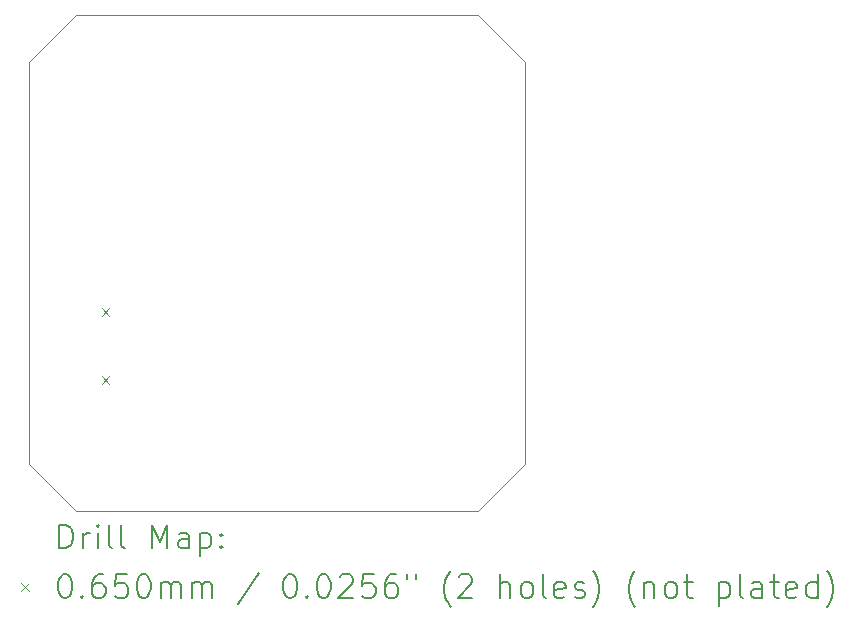
<source format=gbr>
%TF.GenerationSoftware,KiCad,Pcbnew,8.0.8*%
%TF.CreationDate,2025-02-17T00:55:58-08:00*%
%TF.ProjectId,Integrated FOC Stepper Driver,496e7465-6772-4617-9465-6420464f4320,rev?*%
%TF.SameCoordinates,Original*%
%TF.FileFunction,Drillmap*%
%TF.FilePolarity,Positive*%
%FSLAX45Y45*%
G04 Gerber Fmt 4.5, Leading zero omitted, Abs format (unit mm)*
G04 Created by KiCad (PCBNEW 8.0.8) date 2025-02-17 00:55:58*
%MOMM*%
%LPD*%
G01*
G04 APERTURE LIST*
%ADD10C,0.050000*%
%ADD11C,0.200000*%
%ADD12C,0.100000*%
G04 APERTURE END LIST*
D10*
X2900000Y-3300000D02*
X2900000Y-6700000D01*
X6700000Y-2900000D02*
X3300000Y-2900000D01*
X7100000Y-3300000D02*
X7100000Y-6700000D01*
X6700000Y-7100000D02*
X7100000Y-6700000D01*
X6700000Y-7100000D02*
X3300000Y-7100000D01*
X3300000Y-2900000D02*
X2900000Y-3300000D01*
X3300000Y-7100000D02*
X2900000Y-6700000D01*
X6700000Y-2900000D02*
X7100000Y-3300000D01*
D11*
D12*
X3515500Y-5378500D02*
X3580500Y-5443500D01*
X3580500Y-5378500D02*
X3515500Y-5443500D01*
X3515500Y-5956500D02*
X3580500Y-6021500D01*
X3580500Y-5956500D02*
X3515500Y-6021500D01*
D11*
X3158277Y-7413984D02*
X3158277Y-7213984D01*
X3158277Y-7213984D02*
X3205896Y-7213984D01*
X3205896Y-7213984D02*
X3234467Y-7223508D01*
X3234467Y-7223508D02*
X3253515Y-7242555D01*
X3253515Y-7242555D02*
X3263039Y-7261603D01*
X3263039Y-7261603D02*
X3272562Y-7299698D01*
X3272562Y-7299698D02*
X3272562Y-7328269D01*
X3272562Y-7328269D02*
X3263039Y-7366365D01*
X3263039Y-7366365D02*
X3253515Y-7385412D01*
X3253515Y-7385412D02*
X3234467Y-7404460D01*
X3234467Y-7404460D02*
X3205896Y-7413984D01*
X3205896Y-7413984D02*
X3158277Y-7413984D01*
X3358277Y-7413984D02*
X3358277Y-7280650D01*
X3358277Y-7318746D02*
X3367801Y-7299698D01*
X3367801Y-7299698D02*
X3377324Y-7290174D01*
X3377324Y-7290174D02*
X3396372Y-7280650D01*
X3396372Y-7280650D02*
X3415420Y-7280650D01*
X3482086Y-7413984D02*
X3482086Y-7280650D01*
X3482086Y-7213984D02*
X3472562Y-7223508D01*
X3472562Y-7223508D02*
X3482086Y-7233031D01*
X3482086Y-7233031D02*
X3491610Y-7223508D01*
X3491610Y-7223508D02*
X3482086Y-7213984D01*
X3482086Y-7213984D02*
X3482086Y-7233031D01*
X3605896Y-7413984D02*
X3586848Y-7404460D01*
X3586848Y-7404460D02*
X3577324Y-7385412D01*
X3577324Y-7385412D02*
X3577324Y-7213984D01*
X3710658Y-7413984D02*
X3691610Y-7404460D01*
X3691610Y-7404460D02*
X3682086Y-7385412D01*
X3682086Y-7385412D02*
X3682086Y-7213984D01*
X3939229Y-7413984D02*
X3939229Y-7213984D01*
X3939229Y-7213984D02*
X4005896Y-7356841D01*
X4005896Y-7356841D02*
X4072562Y-7213984D01*
X4072562Y-7213984D02*
X4072562Y-7413984D01*
X4253515Y-7413984D02*
X4253515Y-7309222D01*
X4253515Y-7309222D02*
X4243991Y-7290174D01*
X4243991Y-7290174D02*
X4224944Y-7280650D01*
X4224944Y-7280650D02*
X4186848Y-7280650D01*
X4186848Y-7280650D02*
X4167801Y-7290174D01*
X4253515Y-7404460D02*
X4234467Y-7413984D01*
X4234467Y-7413984D02*
X4186848Y-7413984D01*
X4186848Y-7413984D02*
X4167801Y-7404460D01*
X4167801Y-7404460D02*
X4158277Y-7385412D01*
X4158277Y-7385412D02*
X4158277Y-7366365D01*
X4158277Y-7366365D02*
X4167801Y-7347317D01*
X4167801Y-7347317D02*
X4186848Y-7337793D01*
X4186848Y-7337793D02*
X4234467Y-7337793D01*
X4234467Y-7337793D02*
X4253515Y-7328269D01*
X4348753Y-7280650D02*
X4348753Y-7480650D01*
X4348753Y-7290174D02*
X4367801Y-7280650D01*
X4367801Y-7280650D02*
X4405896Y-7280650D01*
X4405896Y-7280650D02*
X4424944Y-7290174D01*
X4424944Y-7290174D02*
X4434467Y-7299698D01*
X4434467Y-7299698D02*
X4443991Y-7318746D01*
X4443991Y-7318746D02*
X4443991Y-7375888D01*
X4443991Y-7375888D02*
X4434467Y-7394936D01*
X4434467Y-7394936D02*
X4424944Y-7404460D01*
X4424944Y-7404460D02*
X4405896Y-7413984D01*
X4405896Y-7413984D02*
X4367801Y-7413984D01*
X4367801Y-7413984D02*
X4348753Y-7404460D01*
X4529705Y-7394936D02*
X4539229Y-7404460D01*
X4539229Y-7404460D02*
X4529705Y-7413984D01*
X4529705Y-7413984D02*
X4520182Y-7404460D01*
X4520182Y-7404460D02*
X4529705Y-7394936D01*
X4529705Y-7394936D02*
X4529705Y-7413984D01*
X4529705Y-7290174D02*
X4539229Y-7299698D01*
X4539229Y-7299698D02*
X4529705Y-7309222D01*
X4529705Y-7309222D02*
X4520182Y-7299698D01*
X4520182Y-7299698D02*
X4529705Y-7290174D01*
X4529705Y-7290174D02*
X4529705Y-7309222D01*
D12*
X2832500Y-7710000D02*
X2897500Y-7775000D01*
X2897500Y-7710000D02*
X2832500Y-7775000D01*
D11*
X3196372Y-7633984D02*
X3215420Y-7633984D01*
X3215420Y-7633984D02*
X3234467Y-7643508D01*
X3234467Y-7643508D02*
X3243991Y-7653031D01*
X3243991Y-7653031D02*
X3253515Y-7672079D01*
X3253515Y-7672079D02*
X3263039Y-7710174D01*
X3263039Y-7710174D02*
X3263039Y-7757793D01*
X3263039Y-7757793D02*
X3253515Y-7795888D01*
X3253515Y-7795888D02*
X3243991Y-7814936D01*
X3243991Y-7814936D02*
X3234467Y-7824460D01*
X3234467Y-7824460D02*
X3215420Y-7833984D01*
X3215420Y-7833984D02*
X3196372Y-7833984D01*
X3196372Y-7833984D02*
X3177324Y-7824460D01*
X3177324Y-7824460D02*
X3167801Y-7814936D01*
X3167801Y-7814936D02*
X3158277Y-7795888D01*
X3158277Y-7795888D02*
X3148753Y-7757793D01*
X3148753Y-7757793D02*
X3148753Y-7710174D01*
X3148753Y-7710174D02*
X3158277Y-7672079D01*
X3158277Y-7672079D02*
X3167801Y-7653031D01*
X3167801Y-7653031D02*
X3177324Y-7643508D01*
X3177324Y-7643508D02*
X3196372Y-7633984D01*
X3348753Y-7814936D02*
X3358277Y-7824460D01*
X3358277Y-7824460D02*
X3348753Y-7833984D01*
X3348753Y-7833984D02*
X3339229Y-7824460D01*
X3339229Y-7824460D02*
X3348753Y-7814936D01*
X3348753Y-7814936D02*
X3348753Y-7833984D01*
X3529705Y-7633984D02*
X3491610Y-7633984D01*
X3491610Y-7633984D02*
X3472562Y-7643508D01*
X3472562Y-7643508D02*
X3463039Y-7653031D01*
X3463039Y-7653031D02*
X3443991Y-7681603D01*
X3443991Y-7681603D02*
X3434467Y-7719698D01*
X3434467Y-7719698D02*
X3434467Y-7795888D01*
X3434467Y-7795888D02*
X3443991Y-7814936D01*
X3443991Y-7814936D02*
X3453515Y-7824460D01*
X3453515Y-7824460D02*
X3472562Y-7833984D01*
X3472562Y-7833984D02*
X3510658Y-7833984D01*
X3510658Y-7833984D02*
X3529705Y-7824460D01*
X3529705Y-7824460D02*
X3539229Y-7814936D01*
X3539229Y-7814936D02*
X3548753Y-7795888D01*
X3548753Y-7795888D02*
X3548753Y-7748269D01*
X3548753Y-7748269D02*
X3539229Y-7729222D01*
X3539229Y-7729222D02*
X3529705Y-7719698D01*
X3529705Y-7719698D02*
X3510658Y-7710174D01*
X3510658Y-7710174D02*
X3472562Y-7710174D01*
X3472562Y-7710174D02*
X3453515Y-7719698D01*
X3453515Y-7719698D02*
X3443991Y-7729222D01*
X3443991Y-7729222D02*
X3434467Y-7748269D01*
X3729705Y-7633984D02*
X3634467Y-7633984D01*
X3634467Y-7633984D02*
X3624943Y-7729222D01*
X3624943Y-7729222D02*
X3634467Y-7719698D01*
X3634467Y-7719698D02*
X3653515Y-7710174D01*
X3653515Y-7710174D02*
X3701134Y-7710174D01*
X3701134Y-7710174D02*
X3720182Y-7719698D01*
X3720182Y-7719698D02*
X3729705Y-7729222D01*
X3729705Y-7729222D02*
X3739229Y-7748269D01*
X3739229Y-7748269D02*
X3739229Y-7795888D01*
X3739229Y-7795888D02*
X3729705Y-7814936D01*
X3729705Y-7814936D02*
X3720182Y-7824460D01*
X3720182Y-7824460D02*
X3701134Y-7833984D01*
X3701134Y-7833984D02*
X3653515Y-7833984D01*
X3653515Y-7833984D02*
X3634467Y-7824460D01*
X3634467Y-7824460D02*
X3624943Y-7814936D01*
X3863039Y-7633984D02*
X3882086Y-7633984D01*
X3882086Y-7633984D02*
X3901134Y-7643508D01*
X3901134Y-7643508D02*
X3910658Y-7653031D01*
X3910658Y-7653031D02*
X3920182Y-7672079D01*
X3920182Y-7672079D02*
X3929705Y-7710174D01*
X3929705Y-7710174D02*
X3929705Y-7757793D01*
X3929705Y-7757793D02*
X3920182Y-7795888D01*
X3920182Y-7795888D02*
X3910658Y-7814936D01*
X3910658Y-7814936D02*
X3901134Y-7824460D01*
X3901134Y-7824460D02*
X3882086Y-7833984D01*
X3882086Y-7833984D02*
X3863039Y-7833984D01*
X3863039Y-7833984D02*
X3843991Y-7824460D01*
X3843991Y-7824460D02*
X3834467Y-7814936D01*
X3834467Y-7814936D02*
X3824943Y-7795888D01*
X3824943Y-7795888D02*
X3815420Y-7757793D01*
X3815420Y-7757793D02*
X3815420Y-7710174D01*
X3815420Y-7710174D02*
X3824943Y-7672079D01*
X3824943Y-7672079D02*
X3834467Y-7653031D01*
X3834467Y-7653031D02*
X3843991Y-7643508D01*
X3843991Y-7643508D02*
X3863039Y-7633984D01*
X4015420Y-7833984D02*
X4015420Y-7700650D01*
X4015420Y-7719698D02*
X4024943Y-7710174D01*
X4024943Y-7710174D02*
X4043991Y-7700650D01*
X4043991Y-7700650D02*
X4072563Y-7700650D01*
X4072563Y-7700650D02*
X4091610Y-7710174D01*
X4091610Y-7710174D02*
X4101134Y-7729222D01*
X4101134Y-7729222D02*
X4101134Y-7833984D01*
X4101134Y-7729222D02*
X4110658Y-7710174D01*
X4110658Y-7710174D02*
X4129705Y-7700650D01*
X4129705Y-7700650D02*
X4158277Y-7700650D01*
X4158277Y-7700650D02*
X4177324Y-7710174D01*
X4177324Y-7710174D02*
X4186848Y-7729222D01*
X4186848Y-7729222D02*
X4186848Y-7833984D01*
X4282086Y-7833984D02*
X4282086Y-7700650D01*
X4282086Y-7719698D02*
X4291610Y-7710174D01*
X4291610Y-7710174D02*
X4310658Y-7700650D01*
X4310658Y-7700650D02*
X4339229Y-7700650D01*
X4339229Y-7700650D02*
X4358277Y-7710174D01*
X4358277Y-7710174D02*
X4367801Y-7729222D01*
X4367801Y-7729222D02*
X4367801Y-7833984D01*
X4367801Y-7729222D02*
X4377325Y-7710174D01*
X4377325Y-7710174D02*
X4396372Y-7700650D01*
X4396372Y-7700650D02*
X4424944Y-7700650D01*
X4424944Y-7700650D02*
X4443991Y-7710174D01*
X4443991Y-7710174D02*
X4453515Y-7729222D01*
X4453515Y-7729222D02*
X4453515Y-7833984D01*
X4843991Y-7624460D02*
X4672563Y-7881603D01*
X5101134Y-7633984D02*
X5120182Y-7633984D01*
X5120182Y-7633984D02*
X5139229Y-7643508D01*
X5139229Y-7643508D02*
X5148753Y-7653031D01*
X5148753Y-7653031D02*
X5158277Y-7672079D01*
X5158277Y-7672079D02*
X5167801Y-7710174D01*
X5167801Y-7710174D02*
X5167801Y-7757793D01*
X5167801Y-7757793D02*
X5158277Y-7795888D01*
X5158277Y-7795888D02*
X5148753Y-7814936D01*
X5148753Y-7814936D02*
X5139229Y-7824460D01*
X5139229Y-7824460D02*
X5120182Y-7833984D01*
X5120182Y-7833984D02*
X5101134Y-7833984D01*
X5101134Y-7833984D02*
X5082087Y-7824460D01*
X5082087Y-7824460D02*
X5072563Y-7814936D01*
X5072563Y-7814936D02*
X5063039Y-7795888D01*
X5063039Y-7795888D02*
X5053515Y-7757793D01*
X5053515Y-7757793D02*
X5053515Y-7710174D01*
X5053515Y-7710174D02*
X5063039Y-7672079D01*
X5063039Y-7672079D02*
X5072563Y-7653031D01*
X5072563Y-7653031D02*
X5082087Y-7643508D01*
X5082087Y-7643508D02*
X5101134Y-7633984D01*
X5253515Y-7814936D02*
X5263039Y-7824460D01*
X5263039Y-7824460D02*
X5253515Y-7833984D01*
X5253515Y-7833984D02*
X5243991Y-7824460D01*
X5243991Y-7824460D02*
X5253515Y-7814936D01*
X5253515Y-7814936D02*
X5253515Y-7833984D01*
X5386848Y-7633984D02*
X5405896Y-7633984D01*
X5405896Y-7633984D02*
X5424944Y-7643508D01*
X5424944Y-7643508D02*
X5434468Y-7653031D01*
X5434468Y-7653031D02*
X5443991Y-7672079D01*
X5443991Y-7672079D02*
X5453515Y-7710174D01*
X5453515Y-7710174D02*
X5453515Y-7757793D01*
X5453515Y-7757793D02*
X5443991Y-7795888D01*
X5443991Y-7795888D02*
X5434468Y-7814936D01*
X5434468Y-7814936D02*
X5424944Y-7824460D01*
X5424944Y-7824460D02*
X5405896Y-7833984D01*
X5405896Y-7833984D02*
X5386848Y-7833984D01*
X5386848Y-7833984D02*
X5367801Y-7824460D01*
X5367801Y-7824460D02*
X5358277Y-7814936D01*
X5358277Y-7814936D02*
X5348753Y-7795888D01*
X5348753Y-7795888D02*
X5339229Y-7757793D01*
X5339229Y-7757793D02*
X5339229Y-7710174D01*
X5339229Y-7710174D02*
X5348753Y-7672079D01*
X5348753Y-7672079D02*
X5358277Y-7653031D01*
X5358277Y-7653031D02*
X5367801Y-7643508D01*
X5367801Y-7643508D02*
X5386848Y-7633984D01*
X5529706Y-7653031D02*
X5539229Y-7643508D01*
X5539229Y-7643508D02*
X5558277Y-7633984D01*
X5558277Y-7633984D02*
X5605896Y-7633984D01*
X5605896Y-7633984D02*
X5624944Y-7643508D01*
X5624944Y-7643508D02*
X5634467Y-7653031D01*
X5634467Y-7653031D02*
X5643991Y-7672079D01*
X5643991Y-7672079D02*
X5643991Y-7691127D01*
X5643991Y-7691127D02*
X5634467Y-7719698D01*
X5634467Y-7719698D02*
X5520182Y-7833984D01*
X5520182Y-7833984D02*
X5643991Y-7833984D01*
X5824944Y-7633984D02*
X5729706Y-7633984D01*
X5729706Y-7633984D02*
X5720182Y-7729222D01*
X5720182Y-7729222D02*
X5729706Y-7719698D01*
X5729706Y-7719698D02*
X5748753Y-7710174D01*
X5748753Y-7710174D02*
X5796372Y-7710174D01*
X5796372Y-7710174D02*
X5815420Y-7719698D01*
X5815420Y-7719698D02*
X5824944Y-7729222D01*
X5824944Y-7729222D02*
X5834467Y-7748269D01*
X5834467Y-7748269D02*
X5834467Y-7795888D01*
X5834467Y-7795888D02*
X5824944Y-7814936D01*
X5824944Y-7814936D02*
X5815420Y-7824460D01*
X5815420Y-7824460D02*
X5796372Y-7833984D01*
X5796372Y-7833984D02*
X5748753Y-7833984D01*
X5748753Y-7833984D02*
X5729706Y-7824460D01*
X5729706Y-7824460D02*
X5720182Y-7814936D01*
X6005896Y-7633984D02*
X5967801Y-7633984D01*
X5967801Y-7633984D02*
X5948753Y-7643508D01*
X5948753Y-7643508D02*
X5939229Y-7653031D01*
X5939229Y-7653031D02*
X5920182Y-7681603D01*
X5920182Y-7681603D02*
X5910658Y-7719698D01*
X5910658Y-7719698D02*
X5910658Y-7795888D01*
X5910658Y-7795888D02*
X5920182Y-7814936D01*
X5920182Y-7814936D02*
X5929706Y-7824460D01*
X5929706Y-7824460D02*
X5948753Y-7833984D01*
X5948753Y-7833984D02*
X5986848Y-7833984D01*
X5986848Y-7833984D02*
X6005896Y-7824460D01*
X6005896Y-7824460D02*
X6015420Y-7814936D01*
X6015420Y-7814936D02*
X6024944Y-7795888D01*
X6024944Y-7795888D02*
X6024944Y-7748269D01*
X6024944Y-7748269D02*
X6015420Y-7729222D01*
X6015420Y-7729222D02*
X6005896Y-7719698D01*
X6005896Y-7719698D02*
X5986848Y-7710174D01*
X5986848Y-7710174D02*
X5948753Y-7710174D01*
X5948753Y-7710174D02*
X5929706Y-7719698D01*
X5929706Y-7719698D02*
X5920182Y-7729222D01*
X5920182Y-7729222D02*
X5910658Y-7748269D01*
X6101134Y-7633984D02*
X6101134Y-7672079D01*
X6177325Y-7633984D02*
X6177325Y-7672079D01*
X6472563Y-7910174D02*
X6463039Y-7900650D01*
X6463039Y-7900650D02*
X6443991Y-7872079D01*
X6443991Y-7872079D02*
X6434468Y-7853031D01*
X6434468Y-7853031D02*
X6424944Y-7824460D01*
X6424944Y-7824460D02*
X6415420Y-7776841D01*
X6415420Y-7776841D02*
X6415420Y-7738746D01*
X6415420Y-7738746D02*
X6424944Y-7691127D01*
X6424944Y-7691127D02*
X6434468Y-7662555D01*
X6434468Y-7662555D02*
X6443991Y-7643508D01*
X6443991Y-7643508D02*
X6463039Y-7614936D01*
X6463039Y-7614936D02*
X6472563Y-7605412D01*
X6539229Y-7653031D02*
X6548753Y-7643508D01*
X6548753Y-7643508D02*
X6567801Y-7633984D01*
X6567801Y-7633984D02*
X6615420Y-7633984D01*
X6615420Y-7633984D02*
X6634468Y-7643508D01*
X6634468Y-7643508D02*
X6643991Y-7653031D01*
X6643991Y-7653031D02*
X6653515Y-7672079D01*
X6653515Y-7672079D02*
X6653515Y-7691127D01*
X6653515Y-7691127D02*
X6643991Y-7719698D01*
X6643991Y-7719698D02*
X6529706Y-7833984D01*
X6529706Y-7833984D02*
X6653515Y-7833984D01*
X6891610Y-7833984D02*
X6891610Y-7633984D01*
X6977325Y-7833984D02*
X6977325Y-7729222D01*
X6977325Y-7729222D02*
X6967801Y-7710174D01*
X6967801Y-7710174D02*
X6948753Y-7700650D01*
X6948753Y-7700650D02*
X6920182Y-7700650D01*
X6920182Y-7700650D02*
X6901134Y-7710174D01*
X6901134Y-7710174D02*
X6891610Y-7719698D01*
X7101134Y-7833984D02*
X7082087Y-7824460D01*
X7082087Y-7824460D02*
X7072563Y-7814936D01*
X7072563Y-7814936D02*
X7063039Y-7795888D01*
X7063039Y-7795888D02*
X7063039Y-7738746D01*
X7063039Y-7738746D02*
X7072563Y-7719698D01*
X7072563Y-7719698D02*
X7082087Y-7710174D01*
X7082087Y-7710174D02*
X7101134Y-7700650D01*
X7101134Y-7700650D02*
X7129706Y-7700650D01*
X7129706Y-7700650D02*
X7148753Y-7710174D01*
X7148753Y-7710174D02*
X7158277Y-7719698D01*
X7158277Y-7719698D02*
X7167801Y-7738746D01*
X7167801Y-7738746D02*
X7167801Y-7795888D01*
X7167801Y-7795888D02*
X7158277Y-7814936D01*
X7158277Y-7814936D02*
X7148753Y-7824460D01*
X7148753Y-7824460D02*
X7129706Y-7833984D01*
X7129706Y-7833984D02*
X7101134Y-7833984D01*
X7282087Y-7833984D02*
X7263039Y-7824460D01*
X7263039Y-7824460D02*
X7253515Y-7805412D01*
X7253515Y-7805412D02*
X7253515Y-7633984D01*
X7434468Y-7824460D02*
X7415420Y-7833984D01*
X7415420Y-7833984D02*
X7377325Y-7833984D01*
X7377325Y-7833984D02*
X7358277Y-7824460D01*
X7358277Y-7824460D02*
X7348753Y-7805412D01*
X7348753Y-7805412D02*
X7348753Y-7729222D01*
X7348753Y-7729222D02*
X7358277Y-7710174D01*
X7358277Y-7710174D02*
X7377325Y-7700650D01*
X7377325Y-7700650D02*
X7415420Y-7700650D01*
X7415420Y-7700650D02*
X7434468Y-7710174D01*
X7434468Y-7710174D02*
X7443991Y-7729222D01*
X7443991Y-7729222D02*
X7443991Y-7748269D01*
X7443991Y-7748269D02*
X7348753Y-7767317D01*
X7520182Y-7824460D02*
X7539230Y-7833984D01*
X7539230Y-7833984D02*
X7577325Y-7833984D01*
X7577325Y-7833984D02*
X7596372Y-7824460D01*
X7596372Y-7824460D02*
X7605896Y-7805412D01*
X7605896Y-7805412D02*
X7605896Y-7795888D01*
X7605896Y-7795888D02*
X7596372Y-7776841D01*
X7596372Y-7776841D02*
X7577325Y-7767317D01*
X7577325Y-7767317D02*
X7548753Y-7767317D01*
X7548753Y-7767317D02*
X7529706Y-7757793D01*
X7529706Y-7757793D02*
X7520182Y-7738746D01*
X7520182Y-7738746D02*
X7520182Y-7729222D01*
X7520182Y-7729222D02*
X7529706Y-7710174D01*
X7529706Y-7710174D02*
X7548753Y-7700650D01*
X7548753Y-7700650D02*
X7577325Y-7700650D01*
X7577325Y-7700650D02*
X7596372Y-7710174D01*
X7672563Y-7910174D02*
X7682087Y-7900650D01*
X7682087Y-7900650D02*
X7701134Y-7872079D01*
X7701134Y-7872079D02*
X7710658Y-7853031D01*
X7710658Y-7853031D02*
X7720182Y-7824460D01*
X7720182Y-7824460D02*
X7729706Y-7776841D01*
X7729706Y-7776841D02*
X7729706Y-7738746D01*
X7729706Y-7738746D02*
X7720182Y-7691127D01*
X7720182Y-7691127D02*
X7710658Y-7662555D01*
X7710658Y-7662555D02*
X7701134Y-7643508D01*
X7701134Y-7643508D02*
X7682087Y-7614936D01*
X7682087Y-7614936D02*
X7672563Y-7605412D01*
X8034468Y-7910174D02*
X8024944Y-7900650D01*
X8024944Y-7900650D02*
X8005896Y-7872079D01*
X8005896Y-7872079D02*
X7996372Y-7853031D01*
X7996372Y-7853031D02*
X7986849Y-7824460D01*
X7986849Y-7824460D02*
X7977325Y-7776841D01*
X7977325Y-7776841D02*
X7977325Y-7738746D01*
X7977325Y-7738746D02*
X7986849Y-7691127D01*
X7986849Y-7691127D02*
X7996372Y-7662555D01*
X7996372Y-7662555D02*
X8005896Y-7643508D01*
X8005896Y-7643508D02*
X8024944Y-7614936D01*
X8024944Y-7614936D02*
X8034468Y-7605412D01*
X8110658Y-7700650D02*
X8110658Y-7833984D01*
X8110658Y-7719698D02*
X8120182Y-7710174D01*
X8120182Y-7710174D02*
X8139230Y-7700650D01*
X8139230Y-7700650D02*
X8167801Y-7700650D01*
X8167801Y-7700650D02*
X8186849Y-7710174D01*
X8186849Y-7710174D02*
X8196372Y-7729222D01*
X8196372Y-7729222D02*
X8196372Y-7833984D01*
X8320182Y-7833984D02*
X8301134Y-7824460D01*
X8301134Y-7824460D02*
X8291611Y-7814936D01*
X8291611Y-7814936D02*
X8282087Y-7795888D01*
X8282087Y-7795888D02*
X8282087Y-7738746D01*
X8282087Y-7738746D02*
X8291611Y-7719698D01*
X8291611Y-7719698D02*
X8301134Y-7710174D01*
X8301134Y-7710174D02*
X8320182Y-7700650D01*
X8320182Y-7700650D02*
X8348753Y-7700650D01*
X8348753Y-7700650D02*
X8367801Y-7710174D01*
X8367801Y-7710174D02*
X8377325Y-7719698D01*
X8377325Y-7719698D02*
X8386849Y-7738746D01*
X8386849Y-7738746D02*
X8386849Y-7795888D01*
X8386849Y-7795888D02*
X8377325Y-7814936D01*
X8377325Y-7814936D02*
X8367801Y-7824460D01*
X8367801Y-7824460D02*
X8348753Y-7833984D01*
X8348753Y-7833984D02*
X8320182Y-7833984D01*
X8443992Y-7700650D02*
X8520182Y-7700650D01*
X8472563Y-7633984D02*
X8472563Y-7805412D01*
X8472563Y-7805412D02*
X8482087Y-7824460D01*
X8482087Y-7824460D02*
X8501134Y-7833984D01*
X8501134Y-7833984D02*
X8520182Y-7833984D01*
X8739230Y-7700650D02*
X8739230Y-7900650D01*
X8739230Y-7710174D02*
X8758277Y-7700650D01*
X8758277Y-7700650D02*
X8796373Y-7700650D01*
X8796373Y-7700650D02*
X8815420Y-7710174D01*
X8815420Y-7710174D02*
X8824944Y-7719698D01*
X8824944Y-7719698D02*
X8834468Y-7738746D01*
X8834468Y-7738746D02*
X8834468Y-7795888D01*
X8834468Y-7795888D02*
X8824944Y-7814936D01*
X8824944Y-7814936D02*
X8815420Y-7824460D01*
X8815420Y-7824460D02*
X8796373Y-7833984D01*
X8796373Y-7833984D02*
X8758277Y-7833984D01*
X8758277Y-7833984D02*
X8739230Y-7824460D01*
X8948754Y-7833984D02*
X8929706Y-7824460D01*
X8929706Y-7824460D02*
X8920182Y-7805412D01*
X8920182Y-7805412D02*
X8920182Y-7633984D01*
X9110658Y-7833984D02*
X9110658Y-7729222D01*
X9110658Y-7729222D02*
X9101135Y-7710174D01*
X9101135Y-7710174D02*
X9082087Y-7700650D01*
X9082087Y-7700650D02*
X9043992Y-7700650D01*
X9043992Y-7700650D02*
X9024944Y-7710174D01*
X9110658Y-7824460D02*
X9091611Y-7833984D01*
X9091611Y-7833984D02*
X9043992Y-7833984D01*
X9043992Y-7833984D02*
X9024944Y-7824460D01*
X9024944Y-7824460D02*
X9015420Y-7805412D01*
X9015420Y-7805412D02*
X9015420Y-7786365D01*
X9015420Y-7786365D02*
X9024944Y-7767317D01*
X9024944Y-7767317D02*
X9043992Y-7757793D01*
X9043992Y-7757793D02*
X9091611Y-7757793D01*
X9091611Y-7757793D02*
X9110658Y-7748269D01*
X9177325Y-7700650D02*
X9253515Y-7700650D01*
X9205896Y-7633984D02*
X9205896Y-7805412D01*
X9205896Y-7805412D02*
X9215420Y-7824460D01*
X9215420Y-7824460D02*
X9234468Y-7833984D01*
X9234468Y-7833984D02*
X9253515Y-7833984D01*
X9396373Y-7824460D02*
X9377325Y-7833984D01*
X9377325Y-7833984D02*
X9339230Y-7833984D01*
X9339230Y-7833984D02*
X9320182Y-7824460D01*
X9320182Y-7824460D02*
X9310658Y-7805412D01*
X9310658Y-7805412D02*
X9310658Y-7729222D01*
X9310658Y-7729222D02*
X9320182Y-7710174D01*
X9320182Y-7710174D02*
X9339230Y-7700650D01*
X9339230Y-7700650D02*
X9377325Y-7700650D01*
X9377325Y-7700650D02*
X9396373Y-7710174D01*
X9396373Y-7710174D02*
X9405896Y-7729222D01*
X9405896Y-7729222D02*
X9405896Y-7748269D01*
X9405896Y-7748269D02*
X9310658Y-7767317D01*
X9577325Y-7833984D02*
X9577325Y-7633984D01*
X9577325Y-7824460D02*
X9558277Y-7833984D01*
X9558277Y-7833984D02*
X9520182Y-7833984D01*
X9520182Y-7833984D02*
X9501135Y-7824460D01*
X9501135Y-7824460D02*
X9491611Y-7814936D01*
X9491611Y-7814936D02*
X9482087Y-7795888D01*
X9482087Y-7795888D02*
X9482087Y-7738746D01*
X9482087Y-7738746D02*
X9491611Y-7719698D01*
X9491611Y-7719698D02*
X9501135Y-7710174D01*
X9501135Y-7710174D02*
X9520182Y-7700650D01*
X9520182Y-7700650D02*
X9558277Y-7700650D01*
X9558277Y-7700650D02*
X9577325Y-7710174D01*
X9653516Y-7910174D02*
X9663039Y-7900650D01*
X9663039Y-7900650D02*
X9682087Y-7872079D01*
X9682087Y-7872079D02*
X9691611Y-7853031D01*
X9691611Y-7853031D02*
X9701135Y-7824460D01*
X9701135Y-7824460D02*
X9710658Y-7776841D01*
X9710658Y-7776841D02*
X9710658Y-7738746D01*
X9710658Y-7738746D02*
X9701135Y-7691127D01*
X9701135Y-7691127D02*
X9691611Y-7662555D01*
X9691611Y-7662555D02*
X9682087Y-7643508D01*
X9682087Y-7643508D02*
X9663039Y-7614936D01*
X9663039Y-7614936D02*
X9653516Y-7605412D01*
M02*

</source>
